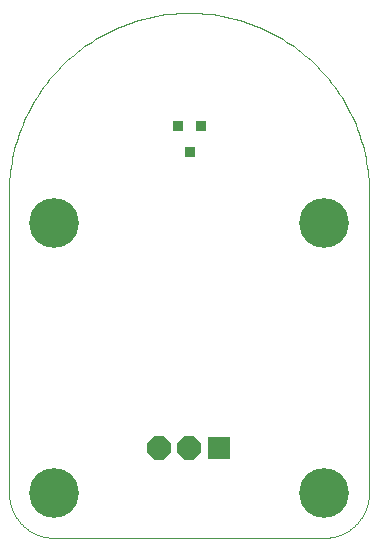
<source format=gts>
G75*
%MOIN*%
%OFA0B0*%
%FSLAX25Y25*%
%IPPOS*%
%LPD*%
%AMOC8*
5,1,8,0,0,1.08239X$1,22.5*
%
%ADD10R,0.03792X0.03792*%
%ADD11C,0.16611*%
%ADD12C,0.00000*%
%ADD13OC8,0.07800*%
%ADD14R,0.07800X0.07800*%
D10*
X0061894Y0130063D03*
X0065437Y0138724D03*
X0057957Y0138724D03*
D11*
X0016500Y0106500D03*
X0016500Y0016500D03*
X0106500Y0016500D03*
X0106500Y0106500D03*
D12*
X0001500Y0116500D02*
X0001500Y0016500D01*
X0001504Y0016138D01*
X0001518Y0015775D01*
X0001539Y0015413D01*
X0001570Y0015052D01*
X0001609Y0014692D01*
X0001657Y0014333D01*
X0001714Y0013975D01*
X0001779Y0013618D01*
X0001853Y0013263D01*
X0001936Y0012910D01*
X0002027Y0012559D01*
X0002126Y0012211D01*
X0002234Y0011865D01*
X0002350Y0011521D01*
X0002475Y0011181D01*
X0002607Y0010844D01*
X0002748Y0010510D01*
X0002897Y0010179D01*
X0003054Y0009852D01*
X0003218Y0009529D01*
X0003390Y0009210D01*
X0003570Y0008896D01*
X0003758Y0008585D01*
X0003953Y0008280D01*
X0004155Y0007979D01*
X0004365Y0007683D01*
X0004581Y0007393D01*
X0004805Y0007107D01*
X0005035Y0006827D01*
X0005272Y0006553D01*
X0005516Y0006285D01*
X0005766Y0006022D01*
X0006022Y0005766D01*
X0006285Y0005516D01*
X0006553Y0005272D01*
X0006827Y0005035D01*
X0007107Y0004805D01*
X0007393Y0004581D01*
X0007683Y0004365D01*
X0007979Y0004155D01*
X0008280Y0003953D01*
X0008585Y0003758D01*
X0008896Y0003570D01*
X0009210Y0003390D01*
X0009529Y0003218D01*
X0009852Y0003054D01*
X0010179Y0002897D01*
X0010510Y0002748D01*
X0010844Y0002607D01*
X0011181Y0002475D01*
X0011521Y0002350D01*
X0011865Y0002234D01*
X0012211Y0002126D01*
X0012559Y0002027D01*
X0012910Y0001936D01*
X0013263Y0001853D01*
X0013618Y0001779D01*
X0013975Y0001714D01*
X0014333Y0001657D01*
X0014692Y0001609D01*
X0015052Y0001570D01*
X0015413Y0001539D01*
X0015775Y0001518D01*
X0016138Y0001504D01*
X0016500Y0001500D01*
X0106500Y0001500D01*
X0106862Y0001504D01*
X0107225Y0001518D01*
X0107587Y0001539D01*
X0107948Y0001570D01*
X0108308Y0001609D01*
X0108667Y0001657D01*
X0109025Y0001714D01*
X0109382Y0001779D01*
X0109737Y0001853D01*
X0110090Y0001936D01*
X0110441Y0002027D01*
X0110789Y0002126D01*
X0111135Y0002234D01*
X0111479Y0002350D01*
X0111819Y0002475D01*
X0112156Y0002607D01*
X0112490Y0002748D01*
X0112821Y0002897D01*
X0113148Y0003054D01*
X0113471Y0003218D01*
X0113790Y0003390D01*
X0114104Y0003570D01*
X0114415Y0003758D01*
X0114720Y0003953D01*
X0115021Y0004155D01*
X0115317Y0004365D01*
X0115607Y0004581D01*
X0115893Y0004805D01*
X0116173Y0005035D01*
X0116447Y0005272D01*
X0116715Y0005516D01*
X0116978Y0005766D01*
X0117234Y0006022D01*
X0117484Y0006285D01*
X0117728Y0006553D01*
X0117965Y0006827D01*
X0118195Y0007107D01*
X0118419Y0007393D01*
X0118635Y0007683D01*
X0118845Y0007979D01*
X0119047Y0008280D01*
X0119242Y0008585D01*
X0119430Y0008896D01*
X0119610Y0009210D01*
X0119782Y0009529D01*
X0119946Y0009852D01*
X0120103Y0010179D01*
X0120252Y0010510D01*
X0120393Y0010844D01*
X0120525Y0011181D01*
X0120650Y0011521D01*
X0120766Y0011865D01*
X0120874Y0012211D01*
X0120973Y0012559D01*
X0121064Y0012910D01*
X0121147Y0013263D01*
X0121221Y0013618D01*
X0121286Y0013975D01*
X0121343Y0014333D01*
X0121391Y0014692D01*
X0121430Y0015052D01*
X0121461Y0015413D01*
X0121482Y0015775D01*
X0121496Y0016138D01*
X0121500Y0016500D01*
X0121500Y0116500D01*
X0121482Y0117961D01*
X0121429Y0119421D01*
X0121340Y0120880D01*
X0121216Y0122336D01*
X0121056Y0123788D01*
X0120861Y0125236D01*
X0120630Y0126679D01*
X0120365Y0128116D01*
X0120065Y0129546D01*
X0119730Y0130968D01*
X0119360Y0132382D01*
X0118956Y0133786D01*
X0118518Y0135180D01*
X0118046Y0136563D01*
X0117541Y0137934D01*
X0117002Y0139292D01*
X0116431Y0140637D01*
X0115827Y0141967D01*
X0115191Y0143283D01*
X0114523Y0144582D01*
X0113823Y0145865D01*
X0113092Y0147130D01*
X0112331Y0148378D01*
X0111540Y0149606D01*
X0110719Y0150815D01*
X0109869Y0152003D01*
X0108990Y0153170D01*
X0108083Y0154316D01*
X0107148Y0155439D01*
X0106186Y0156539D01*
X0105198Y0157615D01*
X0104184Y0158667D01*
X0103144Y0159694D01*
X0102080Y0160695D01*
X0100992Y0161671D01*
X0099880Y0162619D01*
X0098746Y0163540D01*
X0097589Y0164433D01*
X0096412Y0165297D01*
X0095213Y0166133D01*
X0093994Y0166939D01*
X0092756Y0167716D01*
X0091500Y0168462D01*
X0090226Y0169177D01*
X0088935Y0169861D01*
X0087627Y0170513D01*
X0086304Y0171133D01*
X0084966Y0171721D01*
X0083615Y0172276D01*
X0082250Y0172798D01*
X0080873Y0173286D01*
X0079484Y0173741D01*
X0078085Y0174162D01*
X0076676Y0174549D01*
X0075258Y0174901D01*
X0073832Y0175219D01*
X0072398Y0175502D01*
X0070958Y0175750D01*
X0069513Y0175963D01*
X0068062Y0176140D01*
X0066608Y0176282D01*
X0065151Y0176389D01*
X0063691Y0176460D01*
X0062231Y0176496D01*
X0060769Y0176496D01*
X0059309Y0176460D01*
X0057849Y0176389D01*
X0056392Y0176282D01*
X0054938Y0176140D01*
X0053487Y0175963D01*
X0052042Y0175750D01*
X0050602Y0175502D01*
X0049168Y0175219D01*
X0047742Y0174901D01*
X0046324Y0174549D01*
X0044915Y0174162D01*
X0043516Y0173741D01*
X0042127Y0173286D01*
X0040750Y0172798D01*
X0039385Y0172276D01*
X0038034Y0171721D01*
X0036696Y0171133D01*
X0035373Y0170513D01*
X0034065Y0169861D01*
X0032774Y0169177D01*
X0031500Y0168462D01*
X0030244Y0167716D01*
X0029006Y0166939D01*
X0027787Y0166133D01*
X0026588Y0165297D01*
X0025411Y0164433D01*
X0024254Y0163540D01*
X0023120Y0162619D01*
X0022008Y0161671D01*
X0020920Y0160695D01*
X0019856Y0159694D01*
X0018816Y0158667D01*
X0017802Y0157615D01*
X0016814Y0156539D01*
X0015852Y0155439D01*
X0014917Y0154316D01*
X0014010Y0153170D01*
X0013131Y0152003D01*
X0012281Y0150815D01*
X0011460Y0149606D01*
X0010669Y0148378D01*
X0009908Y0147130D01*
X0009177Y0145865D01*
X0008477Y0144582D01*
X0007809Y0143283D01*
X0007173Y0141967D01*
X0006569Y0140637D01*
X0005998Y0139292D01*
X0005459Y0137934D01*
X0004954Y0136563D01*
X0004482Y0135180D01*
X0004044Y0133786D01*
X0003640Y0132382D01*
X0003270Y0130968D01*
X0002935Y0129546D01*
X0002635Y0128116D01*
X0002370Y0126679D01*
X0002139Y0125236D01*
X0001944Y0123788D01*
X0001784Y0122336D01*
X0001660Y0120880D01*
X0001571Y0119421D01*
X0001518Y0117961D01*
X0001500Y0116500D01*
D13*
X0051500Y0031500D03*
X0061500Y0031500D03*
D14*
X0071500Y0031500D03*
M02*

</source>
